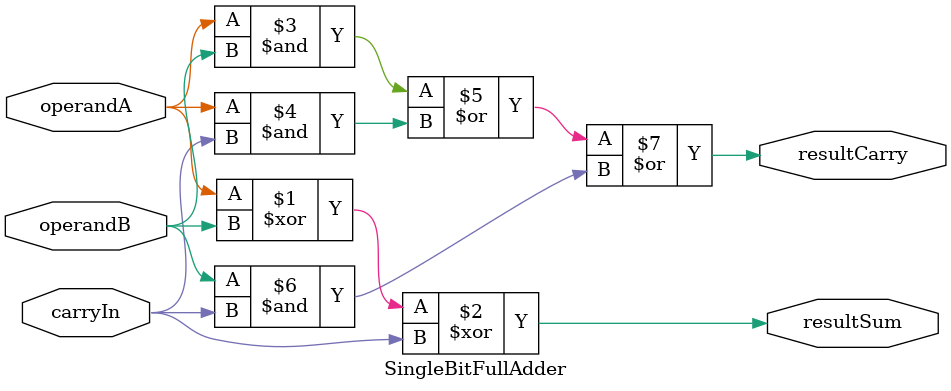
<source format=v>
module SingleBitFullAdder(input operandA, input operandB, input carryIn, output resultSum, output resultCarry);
    // Calculate the sum - XOR of inputs and carry-in
    assign resultSum = operandA ^ operandB ^ carryIn;
    // Calculate the carry - combination of ANDs of the inputs and carry-in
    assign resultCarry = (operandA & operandB) | (operandA & carryIn) | (operandB & carryIn);
endmodule

</source>
